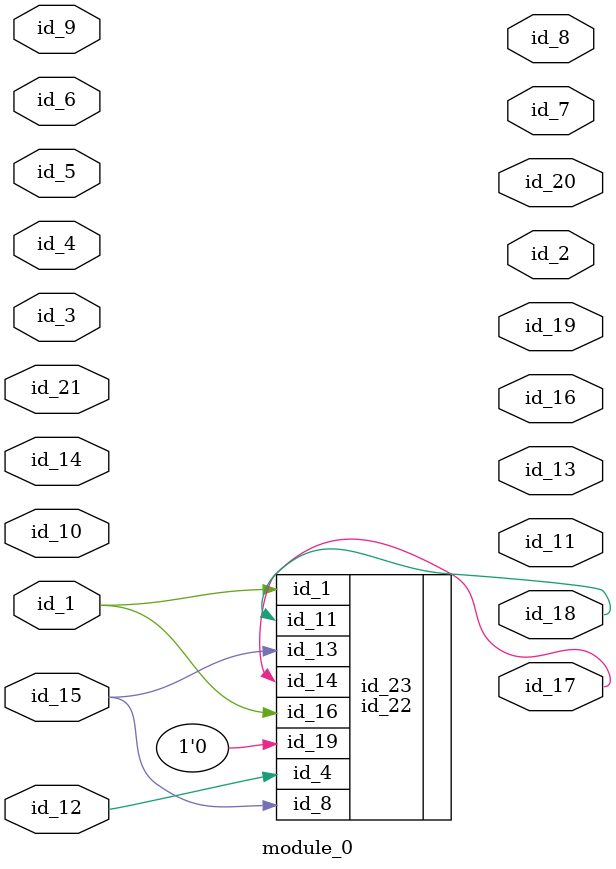
<source format=v>
`define pp_1 0
`define pp_2 0
`timescale 1ps / 1ps
module module_0 (
    id_1,
    id_2,
    id_3,
    id_4,
    id_5,
    id_6,
    id_7,
    id_8,
    id_9,
    id_10,
    id_11,
    id_12,
    id_13,
    id_14,
    id_15,
    id_16,
    id_17,
    id_18,
    id_19,
    id_20,
    id_21
);
  input id_21;
  output id_20;
  output id_19;
  output id_18;
  output id_17;
  output id_16;
  input id_15;
  input id_14;
  output id_13;
  input id_12;
  output id_11;
  input id_10;
  input id_9;
  output id_8;
  output id_7;
  input id_6;
  input id_5;
  input id_4;
  input id_3;
  output id_2;
  input id_1;
  id_22 id_23 (
      .id_14(id_17),
      .id_11(id_18),
      .id_16(id_1),
      .id_19(1'h0),
      .id_1 (id_1),
      .id_4 (id_12),
      .id_8 (id_15),
      .id_13(id_15)
  );
endmodule

</source>
